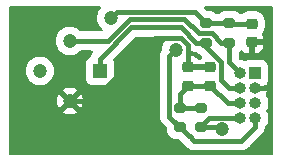
<source format=gbr>
%TF.GenerationSoftware,KiCad,Pcbnew,7.0.2*%
%TF.CreationDate,2023-05-15T11:36:50+02:00*%
%TF.ProjectId,PCB_Ewine,5043425f-4577-4696-9e65-2e6b69636164,rev?*%
%TF.SameCoordinates,Original*%
%TF.FileFunction,Copper,L2,Bot*%
%TF.FilePolarity,Positive*%
%FSLAX46Y46*%
G04 Gerber Fmt 4.6, Leading zero omitted, Abs format (unit mm)*
G04 Created by KiCad (PCBNEW 7.0.2) date 2023-05-15 11:36:50*
%MOMM*%
%LPD*%
G01*
G04 APERTURE LIST*
G04 Aperture macros list*
%AMRoundRect*
0 Rectangle with rounded corners*
0 $1 Rounding radius*
0 $2 $3 $4 $5 $6 $7 $8 $9 X,Y pos of 4 corners*
0 Add a 4 corners polygon primitive as box body*
4,1,4,$2,$3,$4,$5,$6,$7,$8,$9,$2,$3,0*
0 Add four circle primitives for the rounded corners*
1,1,$1+$1,$2,$3*
1,1,$1+$1,$4,$5*
1,1,$1+$1,$6,$7*
1,1,$1+$1,$8,$9*
0 Add four rect primitives between the rounded corners*
20,1,$1+$1,$2,$3,$4,$5,0*
20,1,$1+$1,$4,$5,$6,$7,0*
20,1,$1+$1,$6,$7,$8,$9,0*
20,1,$1+$1,$8,$9,$2,$3,0*%
G04 Aperture macros list end*
%TA.AperFunction,ComponentPad*%
%ADD10R,1.198000X1.198000*%
%TD*%
%TA.AperFunction,ComponentPad*%
%ADD11C,1.198000*%
%TD*%
%TA.AperFunction,ComponentPad*%
%ADD12R,1.000000X1.000000*%
%TD*%
%TA.AperFunction,ComponentPad*%
%ADD13O,1.000000X1.000000*%
%TD*%
%TA.AperFunction,SMDPad,CuDef*%
%ADD14RoundRect,0.225000X0.250000X-0.225000X0.250000X0.225000X-0.250000X0.225000X-0.250000X-0.225000X0*%
%TD*%
%TA.AperFunction,SMDPad,CuDef*%
%ADD15RoundRect,0.200000X0.275000X-0.200000X0.275000X0.200000X-0.275000X0.200000X-0.275000X-0.200000X0*%
%TD*%
%TA.AperFunction,SMDPad,CuDef*%
%ADD16RoundRect,0.225000X-0.250000X0.225000X-0.250000X-0.225000X0.250000X-0.225000X0.250000X0.225000X0*%
%TD*%
%TA.AperFunction,ViaPad*%
%ADD17C,1.200000*%
%TD*%
%TA.AperFunction,Conductor*%
%ADD18C,0.400000*%
%TD*%
G04 APERTURE END LIST*
D10*
%TO.P,M1,1,SCL/VZ*%
%TO.N,/SCL*%
X137540000Y-46400000D03*
D11*
%TO.P,M1,2,SDA/PWM*%
%TO.N,/SDA*%
X135000000Y-43860000D03*
%TO.P,M1,3,VDD*%
%TO.N,/3.6V*%
X132460000Y-46400000D03*
%TO.P,M1,4,VSS*%
%TO.N,/GND*%
X135000000Y-48940000D03*
%TD*%
D12*
%TO.P,J1,1,Pin_1*%
%TO.N,/5V*%
X150700000Y-46600000D03*
D13*
%TO.P,J1,2,Pin_2*%
%TO.N,/SDA*%
X149430000Y-46600000D03*
%TO.P,J1,3,Pin_3*%
%TO.N,/GND*%
X150700000Y-47870000D03*
%TO.P,J1,4,Pin_4*%
%TO.N,/SCL*%
X149430000Y-47870000D03*
%TO.P,J1,5,Pin_5*%
%TO.N,unconnected-(J1-Pin_5-Pad5)*%
X150700000Y-49140000D03*
%TO.P,J1,6,Pin_6*%
%TO.N,/3.3V*%
X149430000Y-49140000D03*
%TO.P,J1,7,Pin_7*%
%TO.N,/GPIO_IRQ*%
X150700000Y-50410000D03*
%TO.P,J1,8,Pin_8*%
%TO.N,/XSHUT*%
X149430000Y-50410000D03*
%TD*%
D14*
%TO.P,C3,1*%
%TO.N,/3.3V*%
X145000000Y-47650000D03*
%TO.P,C3,2*%
%TO.N,/GND*%
X145000000Y-46100000D03*
%TD*%
D15*
%TO.P,R2,1*%
%TO.N,/SCL*%
X146500000Y-44000000D03*
%TO.P,R2,2*%
%TO.N,/3.6V*%
X146500000Y-42350000D03*
%TD*%
%TO.P,R1,1*%
%TO.N,/SDA*%
X148500000Y-44000000D03*
%TO.P,R1,2*%
%TO.N,/3.6V*%
X148500000Y-42350000D03*
%TD*%
%TO.P,R3,1*%
%TO.N,/XSHUT*%
X146100000Y-51150000D03*
%TO.P,R3,2*%
%TO.N,/3.3V*%
X146100000Y-49500000D03*
%TD*%
D14*
%TO.P,C2,1*%
%TO.N,/3.3V*%
X146900000Y-47650000D03*
%TO.P,C2,2*%
%TO.N,/GND*%
X146900000Y-46100000D03*
%TD*%
D15*
%TO.P,R4,1*%
%TO.N,/GPIO_IRQ*%
X144300000Y-51150000D03*
%TO.P,R4,2*%
%TO.N,/3.3V*%
X144300000Y-49500000D03*
%TD*%
D16*
%TO.P,C5,1*%
%TO.N,/3.6V*%
X150400000Y-42400000D03*
%TO.P,C5,2*%
%TO.N,/GND*%
X150400000Y-43950000D03*
%TD*%
D17*
%TO.N,/3.6V*%
X138500000Y-41900000D03*
%TO.N,/XSHUT*%
X147855060Y-51300500D03*
%TO.N,/GPIO_IRQ*%
X144000000Y-44600000D03*
%TD*%
D18*
%TO.N,/SCL*%
X146500000Y-44341117D02*
X146500000Y-44000000D01*
X147800000Y-45641117D02*
X146500000Y-44341117D01*
X148470000Y-47870000D02*
X147800000Y-47200000D01*
X146500000Y-44000000D02*
X145700000Y-44000000D01*
X144400000Y-42700000D02*
X140200000Y-42700000D01*
X145700000Y-44000000D02*
X144400000Y-42700000D01*
X140200000Y-42700000D02*
X137540000Y-45360000D01*
X147800000Y-47200000D02*
X147800000Y-45641117D01*
X137540000Y-45360000D02*
X137540000Y-46400000D01*
X149430000Y-47870000D02*
X148470000Y-47870000D01*
%TO.N,/SDA*%
X145900000Y-43200000D02*
X147023528Y-43200000D01*
X138191472Y-43860000D02*
X140051472Y-42000000D01*
X148500000Y-44000000D02*
X148500000Y-45670000D01*
X140051472Y-42000000D02*
X144700000Y-42000000D01*
X147023528Y-43200000D02*
X147823528Y-44000000D01*
X144700000Y-42000000D02*
X145900000Y-43200000D01*
X135000000Y-43860000D02*
X138191472Y-43860000D01*
X147823528Y-44000000D02*
X148500000Y-44000000D01*
X148500000Y-45670000D02*
X149430000Y-46600000D01*
%TO.N,/3.6V*%
X146500000Y-42350000D02*
X145550000Y-41400000D01*
X150400000Y-42400000D02*
X148550000Y-42400000D01*
X148500000Y-42350000D02*
X146500000Y-42350000D01*
X139000000Y-41400000D02*
X138500000Y-41900000D01*
X145550000Y-41400000D02*
X139000000Y-41400000D01*
%TO.N,/GND*%
X145000000Y-44185786D02*
X144414214Y-43600000D01*
X136860000Y-48940000D02*
X135000000Y-48940000D01*
X146900000Y-46100000D02*
X145000000Y-46100000D01*
X142200000Y-43600000D02*
X136860000Y-48940000D01*
X144414214Y-43600000D02*
X142200000Y-43600000D01*
X145000000Y-46100000D02*
X145000000Y-44185786D01*
%TO.N,/3.3V*%
X144300000Y-48350000D02*
X145000000Y-47650000D01*
X148390000Y-49140000D02*
X146900000Y-47650000D01*
X145000000Y-47650000D02*
X146900000Y-47650000D01*
X149430000Y-49140000D02*
X148390000Y-49140000D01*
X144300000Y-49500000D02*
X144300000Y-48350000D01*
X146100000Y-49500000D02*
X144300000Y-49500000D01*
%TO.N,/XSHUT*%
X146100000Y-51150000D02*
X146100000Y-51100000D01*
X147704560Y-51150000D02*
X147855060Y-51300500D01*
X146100000Y-51150000D02*
X147704560Y-51150000D01*
X146790000Y-50410000D02*
X149430000Y-50410000D01*
X146100000Y-51100000D02*
X146790000Y-50410000D01*
%TO.N,/GPIO_IRQ*%
X143425000Y-45175000D02*
X144000000Y-44600000D01*
X150700000Y-51117106D02*
X150700000Y-50410000D01*
X143425000Y-50275000D02*
X143425000Y-45175000D01*
X145500000Y-52300000D02*
X149517106Y-52300000D01*
X149517106Y-52300000D02*
X150700000Y-51117106D01*
X144300000Y-51150000D02*
X143425000Y-50275000D01*
X144300000Y-51150000D02*
X145100000Y-51950000D01*
X145150000Y-51950000D02*
X145500000Y-52300000D01*
X145100000Y-51950000D02*
X145150000Y-51950000D01*
%TD*%
%TA.AperFunction,Conductor*%
%TO.N,/GND*%
G36*
X137565513Y-40920502D02*
G01*
X137612006Y-40974158D01*
X137622110Y-41044432D01*
X137597942Y-41102432D01*
X137474942Y-41265310D01*
X137375770Y-41464472D01*
X137337352Y-41599500D01*
X137314885Y-41678464D01*
X137294357Y-41900000D01*
X137314885Y-42121536D01*
X137314885Y-42121539D01*
X137314886Y-42121540D01*
X137375770Y-42335527D01*
X137474942Y-42534689D01*
X137609019Y-42712236D01*
X137749592Y-42840386D01*
X137786458Y-42901059D01*
X137784669Y-42972033D01*
X137744793Y-43030773D01*
X137679489Y-43058630D01*
X137664706Y-43059500D01*
X135951184Y-43059500D01*
X135883063Y-43039498D01*
X135866298Y-43026615D01*
X135725957Y-42898677D01*
X135666922Y-42862124D01*
X135536955Y-42781651D01*
X135421944Y-42737096D01*
X135329665Y-42701347D01*
X135111150Y-42660500D01*
X134888850Y-42660500D01*
X134694745Y-42696784D01*
X134670335Y-42701347D01*
X134463044Y-42781651D01*
X134274044Y-42898676D01*
X134109760Y-43048441D01*
X133975796Y-43225836D01*
X133876707Y-43424835D01*
X133815872Y-43638645D01*
X133795361Y-43860000D01*
X133815872Y-44081354D01*
X133876707Y-44295164D01*
X133975796Y-44494163D01*
X134017602Y-44549522D01*
X134109761Y-44671560D01*
X134274043Y-44821323D01*
X134385052Y-44890057D01*
X134442757Y-44925787D01*
X134463046Y-44938349D01*
X134670335Y-45018653D01*
X134888850Y-45059500D01*
X134888852Y-45059500D01*
X135111148Y-45059500D01*
X135111150Y-45059500D01*
X135329665Y-45018653D01*
X135536954Y-44938349D01*
X135725957Y-44821323D01*
X135866298Y-44693384D01*
X135930116Y-44662274D01*
X135951184Y-44660500D01*
X136806138Y-44660500D01*
X136874259Y-44680502D01*
X136920752Y-44734158D01*
X136930856Y-44804432D01*
X136912822Y-44853541D01*
X136910185Y-44857736D01*
X136910184Y-44857738D01*
X136909537Y-44858768D01*
X136889875Y-44890057D01*
X136881704Y-44901573D01*
X136857907Y-44931415D01*
X136841344Y-44965805D01*
X136834515Y-44978162D01*
X136814210Y-45010478D01*
X136801605Y-45046500D01*
X136796201Y-45059547D01*
X136779638Y-45093941D01*
X136771146Y-45131147D01*
X136767236Y-45144721D01*
X136753826Y-45183046D01*
X136712448Y-45240738D01*
X136683117Y-45257840D01*
X136638157Y-45276464D01*
X136512717Y-45372717D01*
X136416464Y-45498157D01*
X136355955Y-45644238D01*
X136341038Y-45757550D01*
X136340500Y-45761639D01*
X136340500Y-45765759D01*
X136340500Y-45765760D01*
X136340500Y-47034236D01*
X136340500Y-47034251D01*
X136340501Y-47038360D01*
X136341038Y-47042444D01*
X136341039Y-47042449D01*
X136355955Y-47155760D01*
X136416464Y-47301843D01*
X136512717Y-47427282D01*
X136638157Y-47523535D01*
X136638158Y-47523535D01*
X136638159Y-47523536D01*
X136784238Y-47584044D01*
X136901639Y-47599500D01*
X138178360Y-47599499D01*
X138295762Y-47584044D01*
X138441841Y-47523536D01*
X138441841Y-47523535D01*
X138441843Y-47523535D01*
X138567282Y-47427282D01*
X138663535Y-47301842D01*
X138663534Y-47301842D01*
X138663536Y-47301841D01*
X138724044Y-47155762D01*
X138739500Y-47038361D01*
X138739499Y-45761640D01*
X138724044Y-45644238D01*
X138663536Y-45498159D01*
X138663534Y-45498157D01*
X138657789Y-45484286D01*
X138650200Y-45413697D01*
X138681979Y-45350210D01*
X138685047Y-45347029D01*
X140494675Y-43537402D01*
X140556985Y-43503379D01*
X140583768Y-43500500D01*
X143098889Y-43500500D01*
X143167010Y-43520502D01*
X143213503Y-43574158D01*
X143223607Y-43644432D01*
X143194113Y-43709012D01*
X143183775Y-43719615D01*
X143109018Y-43787765D01*
X142974942Y-43965310D01*
X142875770Y-44164472D01*
X142814884Y-44378465D01*
X142794356Y-44599998D01*
X142796397Y-44622029D01*
X142782763Y-44691704D01*
X142777621Y-44700687D01*
X142774877Y-44705054D01*
X142766704Y-44716573D01*
X142742907Y-44746415D01*
X142726344Y-44780805D01*
X142719515Y-44793162D01*
X142699210Y-44825478D01*
X142686605Y-44861500D01*
X142681201Y-44874547D01*
X142664638Y-44908941D01*
X142656146Y-44946147D01*
X142652237Y-44959718D01*
X142639631Y-44995747D01*
X142635358Y-45033664D01*
X142632993Y-45047585D01*
X142624500Y-45084803D01*
X142624500Y-50365193D01*
X142632992Y-50402404D01*
X142635357Y-50416327D01*
X142639631Y-50454253D01*
X142652234Y-50490272D01*
X142656144Y-50503845D01*
X142664638Y-50541058D01*
X142681199Y-50575448D01*
X142686604Y-50588498D01*
X142699209Y-50624520D01*
X142719517Y-50656840D01*
X142726350Y-50669204D01*
X142742907Y-50703584D01*
X142766705Y-50733426D01*
X142774872Y-50744936D01*
X142795184Y-50777262D01*
X142827172Y-50809250D01*
X142827174Y-50809252D01*
X143009743Y-50991821D01*
X143187595Y-51169673D01*
X143221621Y-51231985D01*
X143224500Y-51258768D01*
X143224500Y-51394954D01*
X143224894Y-51398456D01*
X143224895Y-51398463D01*
X143239632Y-51529257D01*
X143299210Y-51699521D01*
X143395184Y-51852263D01*
X143522736Y-51979815D01*
X143522738Y-51979816D01*
X143675478Y-52075789D01*
X143845745Y-52135368D01*
X143980046Y-52150500D01*
X144116232Y-52150500D01*
X144184353Y-52170502D01*
X144205326Y-52187404D01*
X144470184Y-52452262D01*
X144597738Y-52579816D01*
X144625329Y-52597153D01*
X144630048Y-52600118D01*
X144641570Y-52608294D01*
X144671410Y-52632090D01*
X144671413Y-52632092D01*
X144705289Y-52648405D01*
X144705803Y-52648653D01*
X144718159Y-52655482D01*
X144720250Y-52656795D01*
X144742307Y-52674385D01*
X144852460Y-52784537D01*
X144852465Y-52784544D01*
X144997736Y-52929815D01*
X145030054Y-52950122D01*
X145041570Y-52958292D01*
X145071414Y-52982092D01*
X145071415Y-52982092D01*
X145071416Y-52982093D01*
X145105798Y-52998651D01*
X145118159Y-53005482D01*
X145150478Y-53025789D01*
X145150480Y-53025790D01*
X145186495Y-53038392D01*
X145199548Y-53043798D01*
X145233939Y-53060360D01*
X145271153Y-53068853D01*
X145284705Y-53072757D01*
X145320745Y-53085368D01*
X145358679Y-53089642D01*
X145372581Y-53092003D01*
X145409806Y-53100500D01*
X145409808Y-53100500D01*
X149607301Y-53100500D01*
X149621958Y-53097154D01*
X149644510Y-53092006D01*
X149658425Y-53089642D01*
X149696361Y-53085368D01*
X149732386Y-53072761D01*
X149745960Y-53068852D01*
X149783163Y-53060361D01*
X149783163Y-53060360D01*
X149783167Y-53060360D01*
X149817565Y-53043794D01*
X149830594Y-53038397D01*
X149866628Y-53025789D01*
X149898946Y-53005481D01*
X149911305Y-52998651D01*
X149945693Y-52982091D01*
X149975540Y-52958287D01*
X149987040Y-52950127D01*
X150019368Y-52929816D01*
X150146922Y-52802262D01*
X150206417Y-52742767D01*
X150206428Y-52742754D01*
X151297826Y-51651358D01*
X151297826Y-51651357D01*
X151329816Y-51619368D01*
X151336010Y-51609508D01*
X151350125Y-51587047D01*
X151358296Y-51575530D01*
X151382092Y-51545692D01*
X151382093Y-51545690D01*
X151398653Y-51511302D01*
X151405485Y-51498940D01*
X151425789Y-51466628D01*
X151438398Y-51430591D01*
X151443790Y-51417573D01*
X151460360Y-51383167D01*
X151468852Y-51345956D01*
X151472764Y-51332379D01*
X151485368Y-51296361D01*
X151489642Y-51258425D01*
X151492008Y-51244504D01*
X151503660Y-51193457D01*
X151507547Y-51194344D01*
X151520502Y-51150225D01*
X151525943Y-51142423D01*
X151639673Y-50991821D01*
X151730582Y-50809250D01*
X151786397Y-50613083D01*
X151805215Y-50410000D01*
X151786397Y-50206917D01*
X151730582Y-50010750D01*
X151641157Y-49831160D01*
X151628700Y-49761267D01*
X151641159Y-49718836D01*
X151730581Y-49539252D01*
X151734442Y-49525685D01*
X151786397Y-49343083D01*
X151805215Y-49140000D01*
X151786397Y-48936917D01*
X151730582Y-48740750D01*
X151639673Y-48558179D01*
X151591863Y-48494869D01*
X151566774Y-48428454D01*
X151581292Y-48359541D01*
X151635777Y-48257607D01*
X151676307Y-48124000D01*
X151147394Y-48124000D01*
X151101878Y-48115492D01*
X151002457Y-48076976D01*
X150987722Y-48074221D01*
X150997060Y-48064079D01*
X151043982Y-47957108D01*
X151053628Y-47840698D01*
X151024953Y-47727462D01*
X151007337Y-47700499D01*
X151235237Y-47700499D01*
X151239360Y-47700499D01*
X151356762Y-47685044D01*
X151500294Y-47625590D01*
X151548511Y-47616000D01*
X151676306Y-47616000D01*
X151662417Y-47570214D01*
X151661783Y-47499220D01*
X151683027Y-47456936D01*
X151724536Y-47402841D01*
X151785044Y-47256762D01*
X151800500Y-47139361D01*
X151800499Y-46060640D01*
X151785044Y-45943238D01*
X151724536Y-45797159D01*
X151724535Y-45797156D01*
X151628282Y-45671717D01*
X151502842Y-45575464D01*
X151356761Y-45514955D01*
X151243448Y-45500038D01*
X151243447Y-45500037D01*
X151239361Y-45499500D01*
X151235239Y-45499500D01*
X150164763Y-45499500D01*
X150164747Y-45499500D01*
X150160640Y-45499501D01*
X150156556Y-45500038D01*
X150156550Y-45500039D01*
X150043239Y-45514955D01*
X149912226Y-45569223D01*
X149841636Y-45576812D01*
X149818493Y-45570306D01*
X149732459Y-45536977D01*
X149732458Y-45536976D01*
X149732456Y-45536976D01*
X149531976Y-45499500D01*
X149531974Y-45499500D01*
X149513768Y-45499500D01*
X149445647Y-45479498D01*
X149424673Y-45462595D01*
X149337405Y-45375327D01*
X149303379Y-45313015D01*
X149300500Y-45286232D01*
X149300500Y-44858768D01*
X149320502Y-44790647D01*
X149337405Y-44769672D01*
X149346717Y-44760360D01*
X149404816Y-44702262D01*
X149411755Y-44691217D01*
X149464933Y-44644180D01*
X149535100Y-44633359D01*
X149599979Y-44662191D01*
X149607538Y-44669158D01*
X149692268Y-44753888D01*
X149838114Y-44843847D01*
X150000761Y-44897743D01*
X150097971Y-44907674D01*
X150104361Y-44908000D01*
X150146000Y-44908000D01*
X150146000Y-44204000D01*
X150654000Y-44204000D01*
X150654000Y-44908000D01*
X150695639Y-44908000D01*
X150702028Y-44907674D01*
X150799238Y-44897743D01*
X150961885Y-44843847D01*
X151107731Y-44753888D01*
X151228888Y-44632731D01*
X151318847Y-44486885D01*
X151372743Y-44324238D01*
X151382674Y-44227028D01*
X151383000Y-44220638D01*
X151383000Y-44204000D01*
X150654000Y-44204000D01*
X150146000Y-44204000D01*
X150146000Y-43822000D01*
X150166002Y-43753879D01*
X150219658Y-43707386D01*
X150272000Y-43696000D01*
X151383000Y-43696000D01*
X151383000Y-43679361D01*
X151382674Y-43672971D01*
X151372743Y-43575761D01*
X151318847Y-43413115D01*
X151259958Y-43317641D01*
X151241221Y-43249162D01*
X151262480Y-43181423D01*
X151268981Y-43172569D01*
X151349653Y-43072210D01*
X151429433Y-42911349D01*
X151472766Y-42737100D01*
X151475500Y-42696784D01*
X151475500Y-42103216D01*
X151472766Y-42062900D01*
X151429433Y-41888651D01*
X151349653Y-41727790D01*
X151310000Y-41678459D01*
X151237159Y-41587840D01*
X151097212Y-41475348D01*
X150936348Y-41395566D01*
X150762096Y-41352233D01*
X150723930Y-41349645D01*
X150723914Y-41349644D01*
X150721784Y-41349500D01*
X150078216Y-41349500D01*
X150076086Y-41349644D01*
X150076069Y-41349645D01*
X150037903Y-41352233D01*
X149863651Y-41395566D01*
X149702787Y-41475348D01*
X149582914Y-41571706D01*
X149517289Y-41598795D01*
X149503974Y-41599500D01*
X149408768Y-41599500D01*
X149340647Y-41579498D01*
X149319677Y-41562599D01*
X149277262Y-41520184D01*
X149277261Y-41520183D01*
X149277260Y-41520182D01*
X149124521Y-41424210D01*
X148954257Y-41364632D01*
X148823463Y-41349895D01*
X148823456Y-41349894D01*
X148819954Y-41349500D01*
X148180046Y-41349500D01*
X148176544Y-41349894D01*
X148176536Y-41349895D01*
X148045742Y-41364632D01*
X147875478Y-41424210D01*
X147710717Y-41527737D01*
X147708642Y-41524435D01*
X147668014Y-41546621D01*
X147641231Y-41549500D01*
X147358769Y-41549500D01*
X147290648Y-41529498D01*
X147285560Y-41525398D01*
X147124521Y-41424210D01*
X146954257Y-41364632D01*
X146823463Y-41349895D01*
X146823456Y-41349894D01*
X146819954Y-41349500D01*
X146816418Y-41349500D01*
X146683768Y-41349500D01*
X146615647Y-41329498D01*
X146594673Y-41312595D01*
X146397673Y-41115595D01*
X146363647Y-41053283D01*
X146368712Y-40982468D01*
X146411259Y-40925632D01*
X146477779Y-40900821D01*
X146486768Y-40900500D01*
X152073500Y-40900500D01*
X152141621Y-40920502D01*
X152188114Y-40974158D01*
X152199500Y-41026500D01*
X152199500Y-53373500D01*
X152179498Y-53441621D01*
X152125842Y-53488114D01*
X152073500Y-53499500D01*
X129976500Y-53499500D01*
X129908379Y-53479498D01*
X129861886Y-53425842D01*
X129850500Y-53373500D01*
X129850500Y-49881487D01*
X134417721Y-49881487D01*
X134504452Y-49935190D01*
X134695756Y-50009301D01*
X134897423Y-50047000D01*
X135102577Y-50047000D01*
X135304243Y-50009301D01*
X135495548Y-49935189D01*
X135582276Y-49881488D01*
X135000000Y-49299210D01*
X134999999Y-49299210D01*
X134417721Y-49881487D01*
X129850500Y-49881487D01*
X129850500Y-48939999D01*
X133888257Y-48939999D01*
X133907187Y-49144279D01*
X133963330Y-49341605D01*
X134054779Y-49525260D01*
X134055101Y-49525685D01*
X134055102Y-49525686D01*
X134579955Y-49000833D01*
X134655000Y-49000833D01*
X134696612Y-49115161D01*
X134774817Y-49208362D01*
X134880183Y-49269195D01*
X134969817Y-49285000D01*
X135030183Y-49285000D01*
X135119817Y-49269195D01*
X135225183Y-49208362D01*
X135303388Y-49115161D01*
X135345000Y-49000833D01*
X135345000Y-48939999D01*
X135359210Y-48939999D01*
X135944896Y-49525685D01*
X135945224Y-49525253D01*
X136036668Y-49341609D01*
X136092812Y-49144279D01*
X136111742Y-48939999D01*
X136092812Y-48735720D01*
X136036669Y-48538392D01*
X135945221Y-48354743D01*
X135944895Y-48354312D01*
X135359210Y-48939999D01*
X135345000Y-48939999D01*
X135345000Y-48879167D01*
X135303388Y-48764839D01*
X135225183Y-48671638D01*
X135119817Y-48610805D01*
X135030183Y-48595000D01*
X134969817Y-48595000D01*
X134880183Y-48610805D01*
X134774817Y-48671638D01*
X134696612Y-48764839D01*
X134655000Y-48879167D01*
X134655000Y-49000833D01*
X134579955Y-49000833D01*
X134640789Y-48939999D01*
X134640789Y-48939998D01*
X134055102Y-48354312D01*
X134054777Y-48354744D01*
X133963330Y-48538392D01*
X133907187Y-48735720D01*
X133888257Y-48939999D01*
X129850500Y-48939999D01*
X129850500Y-47998511D01*
X134417721Y-47998511D01*
X134999999Y-48580789D01*
X135000000Y-48580789D01*
X135582277Y-47998511D01*
X135495547Y-47944809D01*
X135304243Y-47870698D01*
X135102577Y-47833000D01*
X134897423Y-47833000D01*
X134695756Y-47870698D01*
X134504449Y-47944810D01*
X134417721Y-47998510D01*
X134417721Y-47998511D01*
X129850500Y-47998511D01*
X129850500Y-46400000D01*
X131255361Y-46400000D01*
X131275872Y-46621354D01*
X131336707Y-46835164D01*
X131435796Y-47034163D01*
X131502778Y-47122860D01*
X131569761Y-47211560D01*
X131734043Y-47361323D01*
X131923046Y-47478349D01*
X132130335Y-47558653D01*
X132348850Y-47599500D01*
X132348852Y-47599500D01*
X132571148Y-47599500D01*
X132571150Y-47599500D01*
X132789665Y-47558653D01*
X132996954Y-47478349D01*
X133185957Y-47361323D01*
X133350239Y-47211560D01*
X133484205Y-47034161D01*
X133583292Y-46835166D01*
X133644128Y-46621352D01*
X133664639Y-46400000D01*
X133644128Y-46178648D01*
X133583292Y-45964834D01*
X133484205Y-45765839D01*
X133484145Y-45765760D01*
X133449355Y-45719690D01*
X133350239Y-45588440D01*
X133185957Y-45438677D01*
X133133422Y-45406148D01*
X132996955Y-45321651D01*
X132832238Y-45257840D01*
X132789665Y-45241347D01*
X132571150Y-45200500D01*
X132348850Y-45200500D01*
X132186763Y-45230799D01*
X132130335Y-45241347D01*
X131923044Y-45321651D01*
X131734044Y-45438676D01*
X131569760Y-45588441D01*
X131435796Y-45765836D01*
X131336707Y-45964835D01*
X131275872Y-46178645D01*
X131255361Y-46400000D01*
X129850500Y-46400000D01*
X129850500Y-41026500D01*
X129870502Y-40958379D01*
X129924158Y-40911886D01*
X129976500Y-40900500D01*
X137497392Y-40900500D01*
X137565513Y-40920502D01*
G37*
%TD.AperFunction*%
%TA.AperFunction,Conductor*%
G36*
X146888736Y-45866002D02*
G01*
X146909710Y-45882905D01*
X146962595Y-45935790D01*
X146996621Y-45998102D01*
X146999500Y-46024885D01*
X146999500Y-46228000D01*
X146979498Y-46296121D01*
X146925842Y-46342614D01*
X146873500Y-46354000D01*
X144872000Y-46354000D01*
X144803879Y-46333998D01*
X144757386Y-46280342D01*
X144746000Y-46228000D01*
X144746000Y-45972000D01*
X144766002Y-45903879D01*
X144819658Y-45857386D01*
X144872000Y-45846000D01*
X146820615Y-45846000D01*
X146888736Y-45866002D01*
G37*
%TD.AperFunction*%
%TA.AperFunction,Conductor*%
G36*
X145351075Y-44725998D02*
G01*
X145386495Y-44738392D01*
X145399548Y-44743798D01*
X145433939Y-44760360D01*
X145471153Y-44768853D01*
X145484705Y-44772757D01*
X145520745Y-44785368D01*
X145558679Y-44789642D01*
X145572581Y-44792003D01*
X145609806Y-44800500D01*
X145641231Y-44800500D01*
X145709352Y-44820502D01*
X145714439Y-44824601D01*
X145722736Y-44829814D01*
X145722738Y-44829816D01*
X145875478Y-44925789D01*
X145966960Y-44957799D01*
X146014437Y-44987632D01*
X146168497Y-45141692D01*
X146202523Y-45204004D01*
X146197458Y-45274819D01*
X146168498Y-45319882D01*
X146071109Y-45417270D01*
X146057241Y-45439756D01*
X146004455Y-45487234D01*
X145934380Y-45498637D01*
X145869264Y-45470345D01*
X145842759Y-45439756D01*
X145828888Y-45417268D01*
X145707731Y-45296111D01*
X145561885Y-45206152D01*
X145399238Y-45152256D01*
X145302028Y-45142325D01*
X145295639Y-45142000D01*
X145260786Y-45142000D01*
X145192665Y-45121998D01*
X145146172Y-45068342D01*
X145136068Y-44998068D01*
X145139596Y-44981519D01*
X145160607Y-44907674D01*
X145185115Y-44821536D01*
X145185115Y-44821534D01*
X145188270Y-44810446D01*
X145226150Y-44750399D01*
X145290481Y-44720365D01*
X145351075Y-44725998D01*
G37*
%TD.AperFunction*%
%TD*%
M02*

</source>
